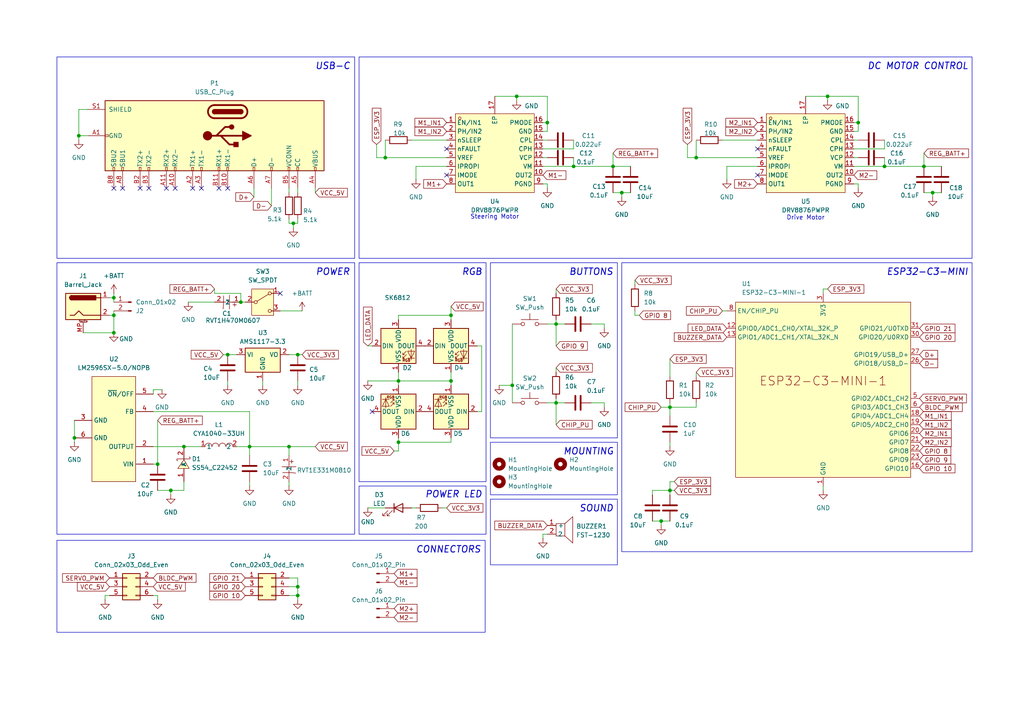
<source format=kicad_sch>
(kicad_sch (version 20250114) (generator "eeschema") (generator_version "9.0")
  (paper "A4")
  (title_block (title "CarKit") (date "2025-11-22") (rev "01") (company "Logan Peterson"))
  (rectangle (start 142.24 144.78) (end 179.07 163.83))
  (rectangle (start 142.24 76.2) (end 179.07 127))
  (rectangle (start 104.14 140.97) (end 140.97 154.94))
  (rectangle (start 16.51 76.2) (end 102.87 154.94))
  (rectangle (start 104.14 76.2) (end 140.97 139.7))
  (rectangle (start 16.51 16.51) (end 102.87 74.93))
  (rectangle (start 16.51 156.718) (end 140.716 183.388))
  (rectangle (start 180.34 76.2) (end 281.94 160.02))
  (rectangle (start 104.14 16.51) (end 281.94 74.93))
  (rectangle (start 142.24 128.27) (end 179.07 143.51))
  (text "Drive Motor" (at 233.68 63.246 0) (effects (font (size 1.27 1.27))))
  (text "MOUNTING" (at 170.688 131.064 0) (effects (font (size 1.905 1.905) (thickness 0.254) (bold yes) (italic yes))))
  (text "Steering Motor" (at 143.51 62.992 0) (effects (font (size 1.27 1.27))))
  (text "POWER\n" (at 96.52 78.994 0) (effects (font (size 1.905 1.905) (thickness 0.254) (bold yes) (italic yes))))
  (text "CONNECTORS" (at 130.048 159.512 0) (effects (font (size 1.905 1.905) (thickness 0.254) (bold yes) (italic yes))))
  (text "BUTTONS" (at 171.45 78.994 0) (effects (font (size 1.905 1.905) (thickness 0.254) (bold yes) (italic yes))))
  (text "USB-C" (at 96.52 19.304 0) (effects (font (size 1.905 1.905) (thickness 0.254) (bold yes) (italic yes))))
  (text "ESP32-C3-MINI" (at 268.986 78.994 0) (effects (font (size 1.905 1.905) (thickness 0.254) (bold yes) (italic yes))))
  (text "POWER LED" (at 131.572 143.51 0) (effects (font (size 1.905 1.905) (thickness 0.254) (bold yes) (italic yes))))
  (text "RGB" (at 136.906 78.994 0) (effects (font (size 1.905 1.905) (thickness 0.254) (bold yes) (italic yes))))
  (text "DC MOTOR CONTROL" (at 266.192 19.304 0) (effects (font (size 1.905 1.905) (thickness 0.254) (bold yes) (italic yes))))
  (text "SOUND\n" (at 172.974 147.574 0) (effects (font (size 1.905 1.905) (thickness 0.254) (bold yes) (italic yes))))
  (junction (at 86.36 102.87))
  (junction (at 85.09 64.77))
  (junction (at 53.34 129.54))
  (junction (at 66.04 102.87))
  (junction (at 256.54 48.26))
  (junction (at 248.92 35.56))
  (junction (at 194.31 118.11))
  (junction (at 33.02 86.36))
  (junction (at 148.59 111.76))
  (junction (at 33.02 96.52))
  (junction (at 161.29 116.84))
  (junction (at 267.97 48.26))
  (junction (at 166.37 48.26))
  (junction (at 115.57 110.49))
  (junction (at 158.75 35.56))
  (junction (at 49.53 142.24))
  (junction (at 21.59 127))
  (junction (at 201.93 45.72))
  (junction (at 180.34 55.88))
  (junction (at 240.03 27.94))
  (junction (at 86.36 172.72))
  (junction (at 45.72 134.62))
  (junction (at 270.51 55.88))
  (junction (at 83.82 129.54))
  (junction (at 115.57 128.27))
  (junction (at 149.86 27.94))
  (junction (at 130.81 91.44))
  (junction (at 86.36 170.18))
  (junction (at 72.39 129.54))
  (junction (at 69.85 87.63))
  (junction (at 111.76 45.72))
  (junction (at 191.77 151.13))
  (junction (at 33.02 91.44))
  (junction (at 194.31 142.24))
  (junction (at 22.86 39.37))
  (junction (at 177.8 48.26))
  (junction (at 130.81 110.49))
  (junction (at 161.29 93.98))
  (no_connect (at 219.71 43.18))
  (no_connect (at 48.26 54.61))
  (no_connect (at 107.95 119.38))
  (no_connect (at 81.28 85.09))
  (no_connect (at 219.71 50.8))
  (no_connect (at 129.54 50.8))
  (no_connect (at 66.04 54.61))
  (no_connect (at 129.54 43.18))
  (no_connect (at 43.18 54.61))
  (no_connect (at 33.02 54.61))
  (no_connect (at 58.42 54.61))
  (no_connect (at 63.5 54.61))
  (no_connect (at 50.8 54.61))
  (no_connect (at 35.56 54.61))
  (no_connect (at 40.64 54.61))
  (no_connect (at 55.88 54.61))
  (wire (pts (xy 194.31 118.11) (xy 201.93 118.11)))
  (wire (pts (xy 33.02 90.17) (xy 33.02 91.44)))
  (wire (pts (xy 22.86 39.37) (xy 22.86 40.64)))
  (wire (pts (xy 22.86 31.75) (xy 22.86 39.37)))
  (wire (pts (xy 83.82 129.54) (xy 91.44 129.54)))
  (wire (pts (xy 163.83 93.98) (xy 161.29 93.98)))
  (wire (pts (xy 83.82 64.77) (xy 85.09 64.77)))
  (wire (pts (xy 66.04 102.87) (xy 68.58 102.87)))
  (wire (pts (xy 31.75 86.36) (xy 33.02 86.36)))
  (wire (pts (xy 78.74 59.69) (xy 78.74 54.61)))
  (wire (pts (xy 115.57 110.49) (xy 115.57 111.76)))
  (wire (pts (xy 194.31 118.11) (xy 194.31 120.65)))
  (wire (pts (xy 158.75 35.56) (xy 158.75 27.94)))
  (wire (pts (xy 25.4 31.75) (xy 22.86 31.75)))
  (wire (pts (xy 44.45 129.54) (xy 53.34 129.54)))
  (wire (pts (xy 166.37 40.64) (xy 166.37 43.18)))
  (wire (pts (xy 184.15 91.44) (xy 185.42 91.44)))
  (wire (pts (xy 191.77 118.11) (xy 194.31 118.11)))
  (wire (pts (xy 130.81 107.95) (xy 130.81 110.49)))
  (wire (pts (xy 138.43 100.33) (xy 139.7 100.33)))
  (wire (pts (xy 111.76 45.72) (xy 129.54 45.72)))
  (wire (pts (xy 115.57 110.49) (xy 130.81 110.49)))
  (wire (pts (xy 247.65 38.1) (xy 248.92 38.1)))
  (wire (pts (xy 158.75 93.98) (xy 161.29 93.98)))
  (wire (pts (xy 248.92 53.34) (xy 248.92 54.61)))
  (wire (pts (xy 248.92 27.94) (xy 240.03 27.94)))
  (wire (pts (xy 44.45 172.72) (xy 45.72 172.72)))
  (wire (pts (xy 86.36 167.64) (xy 86.36 170.18)))
  (wire (pts (xy 130.81 127) (xy 130.81 128.27)))
  (wire (pts (xy 184.15 91.44) (xy 184.15 90.17)))
  (wire (pts (xy 161.29 83.82) (xy 161.29 85.09)))
  (wire (pts (xy 148.59 111.76) (xy 148.59 116.84)))
  (wire (pts (xy 21.59 127) (xy 21.59 128.27)))
  (wire (pts (xy 175.26 118.11) (xy 175.26 116.84)))
  (wire (pts (xy 31.75 172.72) (xy 30.48 172.72)))
  (wire (pts (xy 248.92 38.1) (xy 248.92 35.56)))
  (wire (pts (xy 44.45 134.62) (xy 45.72 134.62)))
  (wire (pts (xy 248.92 45.72) (xy 247.65 45.72)))
  (wire (pts (xy 175.26 116.84) (xy 171.45 116.84)))
  (wire (pts (xy 189.23 151.13) (xy 191.77 151.13)))
  (wire (pts (xy 270.51 55.88) (xy 273.05 55.88)))
  (wire (pts (xy 248.92 35.56) (xy 248.92 27.94)))
  (wire (pts (xy 248.92 53.34) (xy 247.65 53.34)))
  (wire (pts (xy 73.66 57.15) (xy 73.66 54.61)))
  (wire (pts (xy 83.82 54.61) (xy 83.82 55.88)))
  (wire (pts (xy 177.8 44.45) (xy 177.8 48.26)))
  (wire (pts (xy 177.8 48.26) (xy 182.88 48.26)))
  (wire (pts (xy 171.45 93.98) (xy 175.26 93.98)))
  (wire (pts (xy 194.31 139.7) (xy 194.31 142.24)))
  (wire (pts (xy 33.02 86.36) (xy 33.02 85.09)))
  (wire (pts (xy 62.23 85.09) (xy 69.85 85.09)))
  (wire (pts (xy 219.71 48.26) (xy 210.82 48.26)))
  (wire (pts (xy 238.76 83.82) (xy 238.76 85.09)))
  (wire (pts (xy 86.36 63.5) (xy 86.36 64.77)))
  (wire (pts (xy 158.75 38.1) (xy 158.75 35.56)))
  (wire (pts (xy 201.93 118.11) (xy 201.93 116.84)))
  (wire (pts (xy 139.7 100.33) (xy 139.7 119.38)))
  (wire (pts (xy 106.68 147.32) (xy 111.76 147.32)))
  (wire (pts (xy 184.15 81.28) (xy 184.15 82.55)))
  (wire (pts (xy 201.93 40.64) (xy 201.93 45.72)))
  (wire (pts (xy 267.97 48.26) (xy 273.05 48.26)))
  (wire (pts (xy 256.54 45.72) (xy 256.54 48.26)))
  (wire (pts (xy 130.81 110.49) (xy 130.81 111.76)))
  (wire (pts (xy 33.02 91.44) (xy 31.75 91.44)))
  (wire (pts (xy 161.29 92.71) (xy 161.29 93.98)))
  (wire (pts (xy 256.54 40.64) (xy 256.54 43.18)))
  (wire (pts (xy 194.31 129.54) (xy 194.31 128.27)))
  (wire (pts (xy 115.57 130.81) (xy 115.57 128.27)))
  (wire (pts (xy 157.48 156.21) (xy 157.48 154.94)))
  (wire (pts (xy 107.95 100.33) (xy 106.68 100.33)))
  (wire (pts (xy 25.4 39.37) (xy 22.86 39.37)))
  (wire (pts (xy 194.31 142.24) (xy 195.58 142.24)))
  (wire (pts (xy 86.36 172.72) (xy 86.36 173.99)))
  (wire (pts (xy 62.23 83.82) (xy 62.23 85.09)))
  (wire (pts (xy 86.36 111.76) (xy 86.36 110.49)))
  (wire (pts (xy 166.37 48.26) (xy 177.8 48.26)))
  (wire (pts (xy 161.29 93.98) (xy 161.29 100.33)))
  (wire (pts (xy 83.82 170.18) (xy 86.36 170.18)))
  (wire (pts (xy 199.39 41.91) (xy 199.39 45.72)))
  (wire (pts (xy 24.13 96.52) (xy 33.02 96.52)))
  (wire (pts (xy 45.72 121.92) (xy 45.72 134.62)))
  (wire (pts (xy 64.77 102.87) (xy 66.04 102.87)))
  (wire (pts (xy 44.45 119.38) (xy 72.39 119.38)))
  (wire (pts (xy 240.03 27.94) (xy 240.03 29.21)))
  (wire (pts (xy 247.65 48.26) (xy 256.54 48.26)))
  (wire (pts (xy 158.75 53.34) (xy 158.75 54.61)))
  (wire (pts (xy 83.82 140.97) (xy 83.82 139.7)))
  (wire (pts (xy 189.23 142.24) (xy 189.23 143.51)))
  (wire (pts (xy 76.2 111.76) (xy 76.2 110.49)))
  (wire (pts (xy 129.54 48.26) (xy 120.65 48.26)))
  (wire (pts (xy 83.82 167.64) (xy 86.36 167.64)))
  (wire (pts (xy 238.76 83.82) (xy 240.03 83.82)))
  (wire (pts (xy 69.85 85.09) (xy 69.85 87.63)))
  (wire (pts (xy 158.75 53.34) (xy 157.48 53.34)))
  (wire (pts (xy 238.76 142.24) (xy 238.76 140.97)))
  (wire (pts (xy 161.29 106.68) (xy 161.29 107.95)))
  (wire (pts (xy 21.59 121.92) (xy 21.59 127)))
  (wire (pts (xy 87.63 102.87) (xy 86.36 102.87)))
  (wire (pts (xy 87.63 90.17) (xy 81.28 90.17)))
  (wire (pts (xy 175.26 93.98) (xy 175.26 95.25)))
  (wire (pts (xy 33.02 91.44) (xy 33.02 96.52)))
  (wire (pts (xy 109.22 45.72) (xy 111.76 45.72)))
  (wire (pts (xy 69.85 87.63) (xy 71.12 87.63)))
  (wire (pts (xy 267.97 44.45) (xy 267.97 48.26)))
  (wire (pts (xy 191.77 151.13) (xy 194.31 151.13)))
  (wire (pts (xy 157.48 48.26) (xy 166.37 48.26)))
  (wire (pts (xy 149.86 27.94) (xy 149.86 29.21)))
  (wire (pts (xy 115.57 128.27) (xy 115.57 127)))
  (wire (pts (xy 115.57 91.44) (xy 130.81 91.44)))
  (wire (pts (xy 158.75 40.64) (xy 157.48 40.64)))
  (wire (pts (xy 267.97 55.88) (xy 270.51 55.88)))
  (wire (pts (xy 148.59 93.98) (xy 148.59 111.76)))
  (wire (pts (xy 114.3 130.81) (xy 115.57 130.81)))
  (wire (pts (xy 109.22 41.91) (xy 109.22 45.72)))
  (wire (pts (xy 161.29 115.57) (xy 161.29 116.84)))
  (wire (pts (xy 44.45 113.03) (xy 46.99 113.03)))
  (wire (pts (xy 256.54 48.26) (xy 267.97 48.26)))
  (wire (pts (xy 248.92 40.64) (xy 247.65 40.64)))
  (wire (pts (xy 53.34 139.7) (xy 53.34 142.24)))
  (wire (pts (xy 158.75 45.72) (xy 157.48 45.72)))
  (wire (pts (xy 209.55 40.64) (xy 219.71 40.64)))
  (wire (pts (xy 138.43 119.38) (xy 139.7 119.38)))
  (wire (pts (xy 180.34 55.88) (xy 182.88 55.88)))
  (wire (pts (xy 201.93 107.95) (xy 201.93 109.22)))
  (wire (pts (xy 86.36 170.18) (xy 86.36 172.72)))
  (wire (pts (xy 166.37 43.18) (xy 157.48 43.18)))
  (wire (pts (xy 166.37 45.72) (xy 166.37 48.26)))
  (wire (pts (xy 199.39 45.72) (xy 201.93 45.72)))
  (wire (pts (xy 83.82 102.87) (xy 86.36 102.87)))
  (wire (pts (xy 45.72 142.24) (xy 49.53 142.24)))
  (wire (pts (xy 247.65 35.56) (xy 248.92 35.56)))
  (wire (pts (xy 83.82 172.72) (xy 86.36 172.72)))
  (wire (pts (xy 49.53 143.51) (xy 49.53 142.24)))
  (wire (pts (xy 256.54 43.18) (xy 247.65 43.18)))
  (wire (pts (xy 157.48 35.56) (xy 158.75 35.56)))
  (wire (pts (xy 72.39 129.54) (xy 72.39 132.08)))
  (wire (pts (xy 195.58 139.7) (xy 194.31 139.7)))
  (wire (pts (xy 45.72 172.72) (xy 45.72 173.99)))
  (wire (pts (xy 233.68 27.94) (xy 240.03 27.94)))
  (wire (pts (xy 106.68 110.49) (xy 115.57 110.49)))
  (wire (pts (xy 54.61 87.63) (xy 62.23 87.63)))
  (wire (pts (xy 115.57 107.95) (xy 115.57 110.49)))
  (wire (pts (xy 157.48 38.1) (xy 158.75 38.1)))
  (wire (pts (xy 66.04 110.49) (xy 66.04 111.76)))
  (wire (pts (xy 210.82 48.26) (xy 210.82 52.07)))
  (wire (pts (xy 163.83 116.84) (xy 161.29 116.84)))
  (wire (pts (xy 177.8 55.88) (xy 180.34 55.88)))
  (wire (pts (xy 83.82 63.5) (xy 83.82 64.77)))
  (wire (pts (xy 111.76 40.64) (xy 111.76 45.72)))
  (wire (pts (xy 158.75 27.94) (xy 149.86 27.94)))
  (wire (pts (xy 201.93 45.72) (xy 219.71 45.72)))
  (wire (pts (xy 158.75 116.84) (xy 161.29 116.84)))
  (wire (pts (xy 53.34 129.54) (xy 58.42 129.54)))
  (wire (pts (xy 33.02 86.36) (xy 33.02 87.63)))
  (wire (pts (xy 143.51 27.94) (xy 149.86 27.94)))
  (wire (pts (xy 194.31 104.14) (xy 194.31 109.22)))
  (wire (pts (xy 91.44 55.88) (xy 91.44 54.61)))
  (wire (pts (xy 85.09 66.04) (xy 85.09 64.77)))
  (wire (pts (xy 44.45 113.03) (xy 44.45 114.3)))
  (wire (pts (xy 120.65 48.26) (xy 120.65 52.07)))
  (wire (pts (xy 194.31 143.51) (xy 194.31 142.24)))
  (wire (pts (xy 72.39 140.97) (xy 72.39 139.7)))
  (wire (pts (xy 130.81 128.27) (xy 115.57 128.27)))
  (wire (pts (xy 72.39 129.54) (xy 83.82 129.54)))
  (wire (pts (xy 144.78 111.76) (xy 148.59 111.76)))
  (wire (pts (xy 86.36 54.61) (xy 86.36 55.88)))
  (wire (pts (xy 130.81 88.9) (xy 130.81 91.44)))
  (wire (pts (xy 161.29 123.19) (xy 161.29 116.84)))
  (wire (pts (xy 180.34 57.15) (xy 180.34 55.88)))
  (wire (pts (xy 72.39 119.38) (xy 72.39 129.54)))
  (wire (pts (xy 68.58 129.54) (xy 72.39 129.54)))
  (wire (pts (xy 270.51 57.15) (xy 270.51 55.88)))
  (wire (pts (xy 86.36 64.77) (xy 85.09 64.77)))
  (wire (pts (xy 194.31 116.84) (xy 194.31 118.11)))
  (wire (pts (xy 189.23 142.24) (xy 194.31 142.24)))
  (wire (pts (xy 30.48 172.72) (xy 30.48 173.99)))
  (wire (pts (xy 115.57 92.71) (xy 115.57 91.44)))
  (wire (pts (xy 119.38 40.64) (xy 129.54 40.64)))
  (wire (pts (xy 191.77 151.13) (xy 191.77 152.4)))
  (wire (pts (xy 120.65 147.32) (xy 119.38 147.32)))
  (wire (pts (xy 157.48 154.94) (xy 158.75 154.94)))
  (wire (pts (xy 130.81 91.44) (xy 130.81 92.71)))
  (wire (pts (xy 209.55 90.17) (xy 210.82 90.17)))
  (wire (pts (xy 128.27 147.32) (xy 129.54 147.32)))
  (wire (pts (xy 49.53 142.24) (xy 53.34 142.24)))
  (wire (pts (xy 83.82 129.54) (xy 83.82 132.08)))
  (global_label "CHIP_PU" (shape input) (at 161.29 123.19 0) (property "Intersheetrefs" "${INTERSHEET_REFS}" (effects (hide yes))))
  (global_label "SERVO_PWM" (shape input) (at 266.7 115.57 0) (property "Intersheetrefs" "${INTERSHEET_REFS}" (effects (hide yes))))
  (global_label "ESP_3V3" (shape input) (at 240.03 83.82 0) (property "Intersheetrefs" "${INTERSHEET_REFS}" (effects (hide yes))))
  (global_label "REG_BATT+" (shape input) (at 62.23 83.82 180) (property "Intersheetrefs" "${INTERSHEET_REFS}" (effects (hide yes))))
  (global_label "BLDC_PWM" (shape input) (at 44.45 167.64 0) (property "Intersheetrefs" "${INTERSHEET_REFS}" (effects (hide yes))))
  (global_label "GPIO 21" (shape input) (at 266.7 95.25 0) (property "Intersheetrefs" "${INTERSHEET_REFS}" (effects (hide yes))))
  (global_label "GPIO 21" (shape input) (at 71.12 167.64 180) (property "Intersheetrefs" "${INTERSHEET_REFS}" (effects (hide yes))))
  (global_label "VCC_5V" (shape input) (at 91.44 129.54 0) (property "Intersheetrefs" "${INTERSHEET_REFS}" (effects (hide yes))))
  (global_label "M2-" (shape input) (at 114.3 179.07 0) (property "Intersheetrefs" "${INTERSHEET_REFS}" (effects (hide yes))))
  (global_label "VCC_3V3" (shape input) (at 87.63 102.87 0) (property "Intersheetrefs" "${INTERSHEET_REFS}" (effects (hide yes))))
  (global_label "VCC_3V3" (shape input) (at 161.29 106.68 0) (property "Intersheetrefs" "${INTERSHEET_REFS}" (effects (hide yes))))
  (global_label "M2_IN2" (shape input) (at 266.7 128.27 0) (property "Intersheetrefs" "${INTERSHEET_REFS}" (effects (hide yes))))
  (global_label "VCC_5V" (shape input) (at 44.45 170.18 0) (property "Intersheetrefs" "${INTERSHEET_REFS}" (effects (hide yes))))
  (global_label "M2_IN2" (shape input) (at 219.71 38.1 180) (property "Intersheetrefs" "${INTERSHEET_REFS}" (effects (hide yes))))
  (global_label "M2-" (shape input) (at 247.65 50.8 0) (property "Intersheetrefs" "${INTERSHEET_REFS}" (effects (hide yes))))
  (global_label "VCC_5V" (shape input) (at 64.77 102.87 180) (property "Intersheetrefs" "${INTERSHEET_REFS}" (effects (hide yes))))
  (global_label "LED_DATA" (shape input) (at 210.82 95.25 180) (property "Intersheetrefs" "${INTERSHEET_REFS}" (effects (hide yes))))
  (global_label "REG_BATT+" (shape input) (at 267.97 44.45 0) (property "Intersheetrefs" "${INTERSHEET_REFS}" (effects (hide yes))))
  (global_label "GPIO 9" (shape input) (at 266.7 133.35 0) (property "Intersheetrefs" "${INTERSHEET_REFS}" (effects (hide yes))))
  (global_label "REG_BATT+" (shape input) (at 177.8 44.45 0) (property "Intersheetrefs" "${INTERSHEET_REFS}" (effects (hide yes))))
  (global_label "VCC_5V" (shape input) (at 31.75 170.18 180) (property "Intersheetrefs" "${INTERSHEET_REFS}" (effects (hide yes))))
  (global_label "D+" (shape input) (at 266.7 102.87 0) (property "Intersheetrefs" "${INTERSHEET_REFS}" (effects (hide yes))))
  (global_label "SERVO_PWM" (shape input) (at 31.75 167.64 180) (property "Intersheetrefs" "${INTERSHEET_REFS}" (effects (hide yes))))
  (global_label "M1-" (shape input) (at 114.3 168.91 0) (property "Intersheetrefs" "${INTERSHEET_REFS}" (effects (hide yes))))
  (global_label "M1+" (shape input) (at 129.54 53.34 180) (property "Intersheetrefs" "${INTERSHEET_REFS}" (effects (hide yes))))
  (global_label "VCC_5V" (shape input) (at 114.3 130.81 180) (property "Intersheetrefs" "${INTERSHEET_REFS}" (effects (hide yes))))
  (global_label "ESP_3V3" (shape input) (at 194.31 104.14 0) (property "Intersheetrefs" "${INTERSHEET_REFS}" (effects (hide yes))))
  (global_label "GPIO 20" (shape input) (at 266.7 97.79 0) (property "Intersheetrefs" "${INTERSHEET_REFS}" (effects (hide yes))))
  (global_label "M1_IN2" (shape input) (at 129.54 38.1 180) (property "Intersheetrefs" "${INTERSHEET_REFS}" (effects (hide yes))))
  (global_label "VCC_5V" (shape input) (at 130.81 88.9 0) (property "Intersheetrefs" "${INTERSHEET_REFS}" (effects (hide yes))))
  (global_label "M1+" (shape input) (at 114.3 166.37 0) (property "Intersheetrefs" "${INTERSHEET_REFS}" (effects (hide yes))))
  (global_label "GPIO 20" (shape input) (at 71.12 170.18 180) (property "Intersheetrefs" "${INTERSHEET_REFS}" (effects (hide yes))))
  (global_label "M2+" (shape input) (at 114.3 176.53 0) (property "Intersheetrefs" "${INTERSHEET_REFS}" (effects (hide yes))))
  (global_label "BUZZER_DATA" (shape input) (at 158.75 152.4 180) (property "Intersheetrefs" "${INTERSHEET_REFS}" (effects (hide yes))))
  (global_label "M1-" (shape input) (at 157.48 50.8 0) (property "Intersheetrefs" "${INTERSHEET_REFS}" (effects (hide yes))))
  (global_label "REG_BATT+" (shape input) (at 45.72 121.92 0) (property "Intersheetrefs" "${INTERSHEET_REFS}" (effects (hide yes))))
  (global_label "BUZZER_DATA" (shape input) (at 210.82 97.79 180) (property "Intersheetrefs" "${INTERSHEET_REFS}" (effects (hide yes))))
  (global_label "VCC_3V3" (shape input) (at 201.93 107.95 0) (property "Intersheetrefs" "${INTERSHEET_REFS}" (effects (hide yes))))
  (global_label "VCC_3V3" (shape input) (at 161.29 83.82 0) (property "Intersheetrefs" "${INTERSHEET_REFS}" (effects (hide yes))))
  (global_label "VCC_3V3" (shape input) (at 195.58 142.24 0) (property "Intersheetrefs" "${INTERSHEET_REFS}" (effects (hide yes))))
  (global_label "LED_DATA" (shape input) (at 106.68 100.33 90) (property "Intersheetrefs" "${INTERSHEET_REFS}" (effects (hide yes))))
  (global_label "M2_IN1" (shape input) (at 219.71 35.56 180) (property "Intersheetrefs" "${INTERSHEET_REFS}" (effects (hide yes))))
  (global_label "VCC_3V3" (shape input) (at 184.15 81.28 0) (property "Intersheetrefs" "${INTERSHEET_REFS}" (effects (hide yes))))
  (global_label "M1_IN2" (shape input) (at 266.7 123.19 0) (property "Intersheetrefs" "${INTERSHEET_REFS}" (effects (hide yes))))
  (global_label "CHIP_PU" (shape input) (at 209.55 90.17 180) (property "Intersheetrefs" "${INTERSHEET_REFS}" (effects (hide yes))))
  (global_label "M1_IN1" (shape input) (at 266.7 120.65 0) (property "Intersheetrefs" "${INTERSHEET_REFS}" (effects (hide yes))))
  (global_label "GPIO 9" (shape input) (at 161.29 100.33 0) (property "Intersheetrefs" "${INTERSHEET_REFS}" (effects (hide yes))))
  (global_label "M1_IN1" (shape input) (at 129.54 35.56 180) (property "Intersheetrefs" "${INTERSHEET_REFS}" (effects (hide yes))))
  (global_label "BLDC_PWM" (shape input) (at 266.7 118.11 0) (property "Intersheetrefs" "${INTERSHEET_REFS}" (effects (hide yes))))
  (global_label "M2_IN1" (shape input) (at 266.7 125.73 0) (property "Intersheetrefs" "${INTERSHEET_REFS}" (effects (hide yes))))
  (global_label "GPIO 8" (shape input) (at 185.42 91.44 0) (property "Intersheetrefs" "${INTERSHEET_REFS}" (effects (hide yes))))
  (global_label "D-" (shape input) (at 266.7 105.41 0) (property "Intersheetrefs" "${INTERSHEET_REFS}" (effects (hide yes))))
  (global_label "D+" (shape input) (at 73.66 57.15 180) (property "Intersheetrefs" "${INTERSHEET_REFS}" (effects (hide yes))))
  (global_label "GPIO 8" (shape input) (at 266.7 130.81 0) (property "Intersheetrefs" "${INTERSHEET_REFS}" (effects (hide yes))))
  (global_label "VCC_3V3" (shape input) (at 129.54 147.32 0) (property "Intersheetrefs" "${INTERSHEET_REFS}" (effects (hide yes))))
  (global_label "GPIO 10" (shape input) (at 71.12 172.72 180) (property "Intersheetrefs" "${INTERSHEET_REFS}" (effects (hide yes))))
  (global_label "ESP_3V3" (shape input) (at 109.22 41.91 90) (property "Intersheetrefs" "${INTERSHEET_REFS}" (effects (hide yes))))
  (global_label "M2+" (shape input) (at 219.71 53.34 180) (property "Intersheetrefs" "${INTERSHEET_REFS}" (effects (hide yes))))
  (global_label "D-" (shape input) (at 78.74 59.69 180) (property "Intersheetrefs" "${INTERSHEET_REFS}" (effects (hide yes))))
  (global_label "ESP_3V3" (shape input) (at 199.39 41.91 90) (property "Intersheetrefs" "${INTERSHEET_REFS}" (effects (hide yes))))
  (global_label "VCC_5V" (shape input) (at 91.44 55.88 0) (property "Intersheetrefs" "${INTERSHEET_REFS}" (effects (hide yes))))
  (global_label "ESP_3V3" (shape input) (at 195.58 139.7 0) (property "Intersheetrefs" "${INTERSHEET_REFS}" (effects (hide yes))))
  (global_label "CHIP_PU" (shape input) (at 191.77 118.11 180) (property "Intersheetrefs" "${INTERSHEET_REFS}" (effects (hide yes))))
  (global_label "GPIO 10" (shape input) (at 266.7 135.89 0) (property "Intersheetrefs" "${INTERSHEET_REFS}" (effects (hide yes))))
  (symbol (lib_id "Device:R") (at 184.15 86.36 0) (unit 1)
    (property "Reference" "R8" (at 186.69 85.0899 0) (effects (justify left)))
    (property "Value" "10k" (at 186.69 87.6299 0) (effects (justify left)))
    (property "Footprint" "imported_components:R0805" (effects (hide yes)))
    (property "Description" "Resistor" (effects (hide yes)))
  )
  (symbol (lib_id "Device:R") (at 124.46 147.32 270) (mirror x) (unit 1)
    (property "Reference" "R7" (at 122.174 150.114 90))
    (property "Value" "200" (at 122.174 152.654 90))
    (property "Footprint" "imported_components:R0805" (effects (hide yes)))
    (property "Description" "Resistor" (effects (hide yes)))
  )
  (symbol (lib_id "power:GND") (at 149.86 29.21 0) (unit 1)
    (property "Reference" "#PWR027" (effects (hide yes)))
    (property "Value" "GND" (at 154.178 30.734 0))
    (property "Description" "Power symbol creates a global label with name \"GND\" , ground" (effects (hide yes)))
  )
  (symbol (lib_id "Regulator_Linear:AMS1117-3.3") (at 76.2 102.87 0) (unit 1)
    (property "Reference" "U3" (at 76.2 96.52 0))
    (property "Value" "AMS1117-3.3" (at 76.2 99.06 0))
    (property "Footprint" "Package_TO_SOT_SMD:SOT-223-3_TabPin2" (effects (hide yes)))
    (property "Datasheet" "http://www.advanced-monolithic.com/pdf/ds1117.pdf" (effects (hide yes)))
    (property "Description" "1A Low Dropout regulator, positive, 3.3V fixed output, SOT-223" (effects (hide yes)))
  )
  (symbol (lib_id "Device:C") (at 167.64 93.98 90) (unit 1)
    (property "Reference" "C6" (at 171.45 87.122 90))
    (property "Value" "0.1uF" (at 171.45 89.662 90))
    (property "Footprint" "imported_components:C0805" (effects (hide yes)))
    (property "Description" "Unpolarized capacitor" (effects (hide yes)))
  )
  (symbol (lib_id "imported_components:LM2596SX-5.0_NOPB") (at 33.02 124.46 0) (unit 1)
    (property "Reference" "U2" (at 33.02 104.14 0))
    (property "Value" "LM2596SX-5.0/NOPB" (at 33.02 106.68 0))
    (property "Footprint" "imported_components:TO-263-5_L10.2-W8.9-P1.70-TL" (effects (hide yes)))
    (property "Datasheet" "https://lcsc.com/product-detail/DC-DC-Converters_TI_LM2596SX-5-0-NOPB_LM2596SX-5-0-NOPB_C10002.html" (effects (hide yes)))
    (property "LCSC Part" "C10002" (effects (hide yes)))
  )
  (symbol (lib_id "Device:C") (at 182.88 52.07 180) (unit 1)
    (property "Reference" "C14" (at 187.071 54.483 0))
    (property "Value" "10uF" (at 187.071 57.023 0))
    (property "Footprint" "imported_components:C0805" (effects (hide yes)))
    (property "Description" "Unpolarized capacitor" (effects (hide yes)))
  )
  (symbol (lib_id "power:GND") (at 33.02 96.52 0) (unit 1)
    (property "Reference" "#PWR06" (effects (hide yes)))
    (property "Value" "GND" (at 36.576 98.298 0))
    (property "Description" "Power symbol creates a global label with name \"GND\" , ground" (effects (hide yes)))
  )
  (symbol (lib_id "power:GND") (at 194.31 129.54 0) (unit 1)
    (property "Reference" "#PWR02" (effects (hide yes)))
    (property "Value" "GND" (at 194.31 134.62 0))
    (property "Description" "Power symbol creates a global label with name \"GND\" , ground" (effects (hide yes)))
  )
  (symbol (lib_id "Device:C") (at 72.39 135.89 0) (unit 1)
    (property "Reference" "C3" (at 76.2 134.6199 0) (effects (justify left)))
    (property "Value" "10uF" (at 76.2 137.1599 0) (effects (justify left)))
    (property "Footprint" "imported_components:C0805" (effects (hide yes)))
    (property "Description" "Unpolarized capacitor" (effects (hide yes)))
  )
  (symbol (lib_id "Device:C") (at 194.31 124.46 0) (unit 1)
    (property "Reference" "C10" (at 198.12 123.1899 0) (effects (justify left)))
    (property "Value" "1uF" (at 198.12 125.7299 0) (effects (justify left)))
    (property "Footprint" "imported_components:C0805" (effects (hide yes)))
    (property "Description" "Unpolarized capacitor" (effects (hide yes)))
  )
  (symbol (lib_id "Device:C") (at 162.56 40.64 270) (unit 1)
    (property "Reference" "C11" (at 170.688 39.37 90))
    (property "Value" "0.022uF" (at 170.688 41.91 90))
    (property "Footprint" "imported_components:C0805" (effects (hide yes)))
    (property "Description" "Unpolarized capacitor" (effects (hide yes)))
  )
  (symbol (lib_id "Switch:SW_Push") (at 153.67 93.98 0) (mirror y) (unit 1)
    (property "Reference" "SW1" (at 153.67 86.614 0))
    (property "Value" "SW_Push" (at 153.67 89.154 0))
    (property "Footprint" "imported_components:SW-SMD_L3.9-W3.0-P4.45" (effects (hide yes)))
    (property "Description" "Push button switch, generic, two pins" (effects (hide yes)))
  )
  (symbol (lib_id "Device:C") (at 194.31 147.32 180) (unit 1)
    (property "Reference" "C9" (at 198.501 149.733 0))
    (property "Value" "0.1uF" (at 198.501 152.273 0))
    (property "Footprint" "imported_components:C0805" (effects (hide yes)))
    (property "Description" "Unpolarized capacitor" (effects (hide yes)))
  )
  (symbol (lib_id "Device:R") (at 205.74 40.64 270) (mirror x) (unit 1)
    (property "Reference" "R10" (at 204.216 36.068 90) (effects (justify left)))
    (property "Value" "10k" (at 204.216 38.608 90) (effects (justify left)))
    (property "Footprint" "imported_components:R0805" (effects (hide yes)))
    (property "Description" "Resistor" (effects (hide yes)))
  )
  (symbol (lib_id "power:GND") (at 45.72 173.99 0) (unit 1)
    (property "Reference" "#PWR013" (effects (hide yes)))
    (property "Value" "GND" (at 45.72 179.07 0))
    (property "Description" "Power symbol creates a global label with name \"GND\" , ground" (effects (hide yes)))
  )
  (symbol (lib_id "power:+BATT") (at 33.02 85.09 0) (unit 1)
    (property "Reference" "#PWR07" (effects (hide yes)))
    (property "Value" "+BATT" (at 33.02 80.01 0))
    (property "Description" "Power symbol creates a global label with name \"+BATT\"" (effects (hide yes)))
  )
  (symbol (lib_id "power:GND") (at 106.68 110.49 0) (unit 1)
    (property "Reference" "#PWR04" (effects (hide yes)))
    (property "Value" "GND" (at 106.68 115.57 0))
    (property "Description" "Power symbol creates a global label with name \"GND\" , ground" (effects (hide yes)))
  )
  (symbol (lib_id "Device:R") (at 83.82 59.69 0) (mirror x) (unit 1)
    (property "Reference" "R3" (at 81.788 60.96 0) (effects (justify right)))
    (property "Value" "5.1k" (at 81.788 63.5 0) (effects (justify right)))
    (property "Footprint" "imported_components:R0805" (effects (hide yes)))
    (property "Description" "Resistor" (effects (hide yes)))
  )
  (symbol (lib_id "LED:SK6812") (at 115.57 119.38 180) (unit 1)
    (property "Reference" "D6" (at 117.602 125.73 0))
    (property "Value" "SK6812" (effects (hide yes)))
    (property "Footprint" "LED_SMD:LED_SK6812_PLCC4_5.0x5.0mm_P3.2mm" (effects (hide yes)))
    (property "Datasheet" "https://cdn-shop.adafruit.com/product-files/1138/SK6812+LED+datasheet+.pdf" (effects (hide yes)))
    (property "Description" "RGB LED with integrated controller" (effects (hide yes)))
  )
  (symbol (lib_id "Connector_Generic:Conn_02x03_Odd_Even") (at 76.2 170.18 0) (unit 1)
    (property "Reference" "J4" (at 77.47 161.29 0))
    (property "Value" "Conn_02x03_Odd_Even" (at 77.47 163.83 0))
    (property "Footprint" "imported_components:HDR-SMD_6P-P2.54-V" (effects (hide yes)))
    (property "Description" "Generic connector, double row, 02x03, odd/even pin numbering scheme (row 1 odd numbers, row 2 even numbers), script generated (kicad-library-utils/schlib/autogen/connector/)" (effects (hide yes)))
  )
  (symbol (lib_id "power:GND") (at 180.34 57.15 0) (unit 1)
    (property "Reference" "#PWR026" (effects (hide yes)))
    (property "Value" "GND" (at 180.34 62.23 0))
    (property "Description" "Power symbol creates a global label with name \"GND\" , ground" (effects (hide yes)))
  )
  (symbol (lib_id "Device:C") (at 252.73 40.64 270) (unit 1)
    (property "Reference" "C15" (at 260.858 39.37 90))
    (property "Value" "0.022uF" (at 260.858 41.91 90))
    (property "Footprint" "imported_components:C0805" (effects (hide yes)))
    (property "Description" "Unpolarized capacitor" (effects (hide yes)))
  )
  (symbol (lib_id "Connector_Generic:Conn_02x03_Odd_Even") (at 36.83 170.18 0) (unit 1)
    (property "Reference" "J3" (at 38.1 161.29 0))
    (property "Value" "Conn_02x03_Odd_Even" (at 38.1 163.83 0))
    (property "Footprint" "imported_components:HDR-SMD_6P-P2.54-V" (effects (hide yes)))
    (property "Description" "Generic connector, double row, 02x03, odd/even pin numbering scheme (row 1 odd numbers, row 2 even numbers), script generated (kicad-library-utils/schlib/autogen/connector/)" (effects (hide yes)))
  )
  (symbol (lib_id "Device:R") (at 194.31 113.03 0) (unit 1)
    (property "Reference" "R1" (at 196.85 111.7599 0) (effects (justify left)))
    (property "Value" "10k" (at 196.85 114.2999 0) (effects (justify left)))
    (property "Footprint" "imported_components:R0805" (effects (hide yes)))
    (property "Description" "Resistor" (effects (hide yes)))
  )
  (symbol (lib_id "power:GND") (at 83.82 140.97 0) (unit 1)
    (property "Reference" "#PWR034" (effects (hide yes)))
    (property "Value" "GND" (at 83.82 146.05 0))
    (property "Description" "Power symbol creates a global label with name \"GND\" , ground" (effects (hide yes)))
  )
  (symbol (lib_id "Mechanical:MountingHole") (at 144.78 134.62 0) (unit 1) (in_bom no)
    (property "Reference" "H1" (at 147.32 133.3499 0) (effects (justify left)))
    (property "Value" "MountingHole" (at 147.32 135.8899 0) (effects (justify left)))
    (property "Footprint" "MountingHole:MountingHole_3.2mm_M3_Pad_Via" (effects (hide yes)))
    (property "Description" "Mounting Hole without connection" (effects (hide yes)))
  )
  (symbol (lib_id "power:GND") (at 191.77 152.4 0) (unit 1)
    (property "Reference" "#PWR021" (effects (hide yes)))
    (property "Value" "GND" (at 191.77 157.48 0))
    (property "Description" "Power symbol creates a global label with name \"GND\" , ground" (effects (hide yes)))
  )
  (symbol (lib_id "LED:SK6812") (at 115.57 100.33 0) (unit 1)
    (property "Reference" "D2" (at 118.11 106.68 0))
    (property "Value" "SK6812" (at 115.316 86.36 0))
    (property "Footprint" "LED_SMD:LED_SK6812_PLCC4_5.0x5.0mm_P3.2mm" (effects (hide yes)))
    (property "Datasheet" "https://cdn-shop.adafruit.com/product-files/1138/SK6812+LED+datasheet+.pdf" (effects (hide yes)))
    (property "Description" "RGB LED with integrated controller" (effects (hide yes)))
  )
  (symbol (lib_id "power:GND") (at 85.09 66.04 0) (unit 1)
    (property "Reference" "#PWR036" (effects (hide yes)))
    (property "Value" "GND" (at 85.09 71.12 0))
    (property "Description" "Power symbol creates a global label with name \"GND\" , ground" (effects (hide yes)))
  )
  (symbol (lib_id "Mechanical:MountingHole") (at 144.78 139.7 0) (unit 1) (in_bom no)
    (property "Reference" "H3" (at 147.32 138.4299 0) (effects (justify left)))
    (property "Value" "MountingHole" (at 147.32 140.9699 0) (effects (justify left)))
    (property "Footprint" "MountingHole:MountingHole_3.2mm_M3_Pad_Via" (effects (hide yes)))
    (property "Description" "Mounting Hole without connection" (effects (hide yes)))
  )
  (symbol (lib_id "imported_components:CYA1040-33UH") (at 63.5 129.54 0) (unit 1)
    (property "Reference" "L1" (at 63.5 123.19 0))
    (property "Value" "CYA1040-33UH" (at 63.5 125.73 0))
    (property "Footprint" "imported_components:IND-SMD_L11.6-W10.1" (effects (hide yes)))
    (property "LCSC Part" "C6364680" (effects (hide yes)))
  )
  (symbol (lib_id "power:GND") (at 86.36 173.99 0) (unit 1)
    (property "Reference" "#PWR03" (effects (hide yes)))
    (property "Value" "GND" (at 86.36 179.07 0))
    (property "Description" "Power symbol creates a global label with name \"GND\" , ground" (effects (hide yes)))
  )
  (symbol (lib_id "Device:LED") (at 115.57 147.32 0) (unit 1)
    (property "Reference" "D3" (at 109.982 143.51 0))
    (property "Value" "LED" (at 109.982 146.05 0))
    (property "Footprint" "imported_components:LED0805-RD" (effects (hide yes)))
    (property "Description" "Light emitting diode" (effects (hide yes)))
    (property "Sim.Pins" "1=K 2=A" (effects (hide yes)))
  )
  (symbol (lib_id "Device:C") (at 86.36 106.68 0) (unit 1)
    (property "Reference" "C5" (at 89.662 107.188 0) (effects (justify left)))
    (property "Value" "10uF" (at 89.662 109.728 0) (effects (justify left)))
    (property "Footprint" "imported_components:C0805" (effects (hide yes)))
    (property "Description" "Unpolarized capacitor" (effects (hide yes)))
  )
  (symbol (lib_id "imported_components:FST-1230") (at 161.29 154.94 0) (unit 1)
    (property "Reference" "BUZZER1" (at 167.132 152.654 0) (effects (justify left)))
    (property "Value" "FST-1230" (at 167.132 155.194 0) (effects (justify left)))
    (property "Footprint" "imported_components:BUZ-SMD_L12.0-W12.0_FUET-1230" (effects (hide yes)))
    (property "Datasheet" "https://lcsc.com/product-detail/Buzzers_FST-FST-1230_C391037.html" (effects (hide yes)))
    (property "LCSC Part" "C391037" (effects (hide yes)))
  )
  (symbol (lib_id "LED:SK6812") (at 130.81 119.38 180) (unit 1)
    (property "Reference" "D5" (at 132.842 125.73 0))
    (property "Value" "SK6812" (effects (hide yes)))
    (property "Footprint" "LED_SMD:LED_SK6812_PLCC4_5.0x5.0mm_P3.2mm" (effects (hide yes)))
    (property "Datasheet" "https://cdn-shop.adafruit.com/product-files/1138/SK6812+LED+datasheet+.pdf" (effects (hide yes)))
    (property "Description" "RGB LED with integrated controller" (effects (hide yes)))
  )
  (symbol (lib_id "Device:R") (at 161.29 88.9 0) (unit 1)
    (property "Reference" "R5" (at 163.83 87.122 0) (effects (justify left)))
    (property "Value" "10k" (at 163.83 89.662 0) (effects (justify left)))
    (property "Footprint" "imported_components:R0805" (effects (hide yes)))
    (property "Description" "Resistor" (effects (hide yes)))
  )
  (symbol (lib_id "Switch:SW_Push") (at 153.67 116.84 0) (mirror y) (unit 1)
    (property "Reference" "SW2" (at 153.67 109.728 0))
    (property "Value" "SW_Push" (at 153.67 112.268 0))
    (property "Footprint" "imported_components:SW-SMD_L3.9-W3.0-P4.45" (effects (hide yes)))
    (property "Description" "Push button switch, generic, two pins" (effects (hide yes)))
  )
  (symbol (lib_id "imported_components:SS54_C22452") (at 53.34 134.62 270) (unit 1)
    (property "Reference" "D1" (at 55.626 133.096 90) (effects (justify left)))
    (property "Value" "SS54_C22452" (at 55.626 135.636 90) (effects (justify left)))
    (property "Footprint" "imported_components:SMA_L4.4-W2.8-LS5.4-R-RD" (effects (hide yes)))
    (property "Datasheet" "https://lcsc.com/product-detail/Schottky-Barrier-Diodes-SBD_SS54_C22452.html" (effects (hide yes)))
    (property "LCSC Part" "C22452" (effects (hide yes)))
  )
  (symbol (lib_id "LED:SK6812") (at 130.81 100.33 0) (unit 1)
    (property "Reference" "D4" (at 133.096 106.68 0))
    (property "Value" "SK6812" (effects (hide yes)))
    (property "Footprint" "LED_SMD:LED_SK6812_PLCC4_5.0x5.0mm_P3.2mm" (effects (hide yes)))
    (property "Datasheet" "https://cdn-shop.adafruit.com/product-files/1138/SK6812+LED+datasheet+.pdf" (effects (hide yes)))
    (property "Description" "RGB LED with integrated controller" (effects (hide yes)))
  )
  (symbol (lib_id "power:GND") (at 66.04 111.76 0) (unit 1)
    (property "Reference" "#PWR023" (effects (hide yes)))
    (property "Value" "GND" (at 66.04 116.84 0))
    (property "Description" "Power symbol creates a global label with name \"GND\" , ground" (effects (hide yes)))
  )
  (symbol (lib_id "power:GND") (at 175.26 95.25 0) (unit 1)
    (property "Reference" "#PWR019" (effects (hide yes)))
    (property "Value" "GND" (at 175.26 100.33 0))
    (property "Description" "Power symbol creates a global label with name \"GND\" , ground" (effects (hide yes)))
  )
  (symbol (lib_id "power:GND") (at 238.76 142.24 0) (unit 1)
    (property "Reference" "#PWR01" (effects (hide yes)))
    (property "Value" "GND" (at 238.76 147.32 0))
    (property "Description" "Power symbol creates a global label with name \"GND\" , ground" (effects (hide yes)))
  )
  (symbol (lib_id "power:GND") (at 22.86 40.64 0) (unit 1)
    (property "Reference" "#PWR035" (effects (hide yes)))
    (property "Value" "GND" (at 22.86 45.72 0))
    (property "Description" "Power symbol creates a global label with name \"GND\" , ground" (effects (hide yes)))
  )
  (symbol (lib_id "power:GND") (at 76.2 111.76 0) (unit 1)
    (property "Reference" "#PWR022" (effects (hide yes)))
    (property "Value" "GND" (at 76.2 116.84 0))
    (property "Description" "Power symbol creates a global label with name \"GND\" , ground" (effects (hide yes)))
  )
  (symbol (lib_id "power:GND") (at 240.03 29.21 0) (unit 1)
    (property "Reference" "#PWR030" (effects (hide yes)))
    (property "Value" "GND" (at 244.348 30.734 0))
    (property "Description" "Power symbol creates a global label with name \"GND\" , ground" (effects (hide yes)))
  )
  (symbol (lib_id "Connector:Conn_01x02_Pin") (at 109.22 166.37 0) (unit 1)
    (property "Reference" "J5" (at 109.855 161.29 0))
    (property "Value" "Conn_01x02_Pin" (at 109.855 163.83 0))
    (property "Footprint" "imported_components:CONN-TH_P5.00_KF301-5.0-2P" (effects (hide yes)))
    (property "Description" "Generic connector, single row, 01x02, script generated" (effects (hide yes)))
  )
  (symbol (lib_id "power:GND") (at 248.92 54.61 0) (unit 1)
    (property "Reference" "#PWR031" (effects (hide yes)))
    (property "Value" "GND" (at 248.92 59.69 0))
    (property "Description" "Power symbol creates a global label with name \"GND\" , ground" (effects (hide yes)))
  )
  (symbol (lib_id "Connector:Barrel_Jack_MountingPin") (at 24.13 88.9 0) (unit 1)
    (property "Reference" "J1" (at 24.13 80.01 0))
    (property "Value" "Barrel_Jack" (at 24.13 82.55 0))
    (property "Footprint" "imported_components:DC-IN-TH_DC-005-A200" (effects (hide yes)))
    (property "Description" "DC Barrel Jack with a mounting pin" (effects (hide yes)))
  )
  (symbol (lib_id "power:GND") (at 21.59 128.27 0) (unit 1)
    (property "Reference" "#PWR08" (effects (hide yes)))
    (property "Value" "GND" (at 21.59 133.35 0))
    (property "Description" "Power symbol creates a global label with name \"GND\" , ground" (effects (hide yes)))
  )
  (symbol (lib_id "power:GND") (at 54.61 87.63 0) (unit 1)
    (property "Reference" "#PWR05" (effects (hide yes)))
    (property "Value" "GND" (at 54.61 92.71 0))
    (property "Description" "Power symbol creates a global label with name \"GND\" , ground" (effects (hide yes)))
  )
  (symbol (lib_id "Connector:Conn_01x02_Pin") (at 38.1 87.63 0) (mirror y) (unit 1)
    (property "Reference" "J2" (at 39.37 90.1701 0) (effects (justify right)))
    (property "Value" "Conn_01x02" (at 39.37 87.6301 0) (effects (justify right)))
    (property "Footprint" "imported_components:CONN-TH_P5.00_KF301-5.0-2P" (effects (hide yes)))
    (property "Description" "Generic connector, single row, 01x02, script generated" (effects (hide yes)))
  )
  (symbol (lib_id "imported_components:RVT1H470M0607") (at 66.04 87.63 180) (unit 1)
    (property "Reference" "C1" (at 65.786 90.932 0))
    (property "Value" "RVT1H470M0607" (at 67.564 92.964 0))
    (property "Footprint" "imported_components:CAP-SMD_BD6.3-L6.6-W6.6-LS7.6-FD" (effects (hide yes)))
    (property "Datasheet" "https://lcsc.com/product-detail/Aluminum-Electrolytic-Capacitors-SMD_47uF-50V-20_C72523.html" (effects (hide yes)))
    (property "LCSC Part" "C72523" (effects (hide yes)))
  )
  (symbol (lib_id "power:GND") (at 86.36 111.76 0) (unit 1)
    (property "Reference" "#PWR024" (effects (hide yes)))
    (property "Value" "GND" (at 86.36 116.84 0))
    (property "Description" "Power symbol creates a global label with name \"GND\" , ground" (effects (hide yes)))
  )
  (symbol (lib_id "Device:C") (at 273.05 52.07 180) (unit 1)
    (property "Reference" "C18" (at 277.241 54.483 0))
    (property "Value" "10uF" (at 277.241 57.023 0))
    (property "Footprint" "imported_components:C0805" (effects (hide yes)))
    (property "Description" "Unpolarized capacitor" (effects (hide yes)))
  )
  (symbol (lib_id "Device:R") (at 161.29 111.76 0) (unit 1)
    (property "Reference" "R6" (at 163.83 109.4739 0) (effects (justify left)))
    (property "Value" "10k" (at 163.83 112.0139 0) (effects (justify left)))
    (property "Footprint" "imported_components:R0805" (effects (hide yes)))
    (property "Description" "Resistor" (effects (hide yes)))
  )
  (symbol (lib_id "Mechanical:MountingHole") (at 162.56 134.62 0) (unit 1) (in_bom no)
    (property "Reference" "H2" (at 165.1 133.3499 0) (effects (justify left)))
    (property "Value" "MountingHole" (at 165.1 135.8899 0) (effects (justify left)))
    (property "Footprint" "MountingHole:MountingHole_3.2mm_M3_Pad_Via" (effects (hide yes)))
    (property "Description" "Mounting Hole without connection" (effects (hide yes)))
  )
  (symbol (lib_id "power:GND") (at 72.39 140.97 0) (unit 1)
    (property "Reference" "#PWR011" (effects (hide yes)))
    (property "Value" "GND" (at 72.39 146.05 0))
    (property "Description" "Power symbol creates a global label with name \"GND\" , ground" (effects (hide yes)))
  )
  (symbol (lib_id "Device:R") (at 86.36 59.69 0) (unit 1)
    (property "Reference" "R4" (at 87.884 61.214 0) (effects (justify left)))
    (property "Value" "5.1k" (at 87.884 63.754 0) (effects (justify left)))
    (property "Footprint" "imported_components:R0805" (effects (hide yes)))
    (property "Description" "Resistor" (effects (hide yes)))
  )
  (symbol (lib_id "power:GND") (at 157.48 156.21 0) (unit 1)
    (property "Reference" "#PWR015" (effects (hide yes)))
    (property "Value" "GND" (at 157.48 161.29 0))
    (property "Description" "Power symbol creates a global label with name \"GND\" , ground" (effects (hide yes)))
  )
  (symbol (lib_id "power:GND") (at 144.78 111.76 0) (unit 1)
    (property "Reference" "#PWR017" (effects (hide yes)))
    (property "Value" "GND" (at 144.78 116.84 0))
    (property "Description" "Power symbol creates a global label with name \"GND\" , ground" (effects (hide yes)))
  )
  (symbol (lib_id "power:GND") (at 106.68 147.32 0) (unit 1)
    (property "Reference" "#PWR020" (effects (hide yes)))
    (property "Value" "GND" (at 106.68 151.384 0))
    (property "Description" "Power symbol creates a global label with name \"GND\" , ground" (effects (hide yes)))
  )
  (symbol (lib_id "Device:C") (at 66.04 106.68 0) (unit 1)
    (property "Reference" "C4" (at 58.928 106.934 0) (effects (justify left)))
    (property "Value" "10uF" (at 58.928 109.474 0) (effects (justify left)))
    (property "Footprint" "imported_components:C0805" (effects (hide yes)))
    (property "Description" "Unpolarized capacitor" (effects (hide yes)))
  )
  (symbol (lib_id "Device:R") (at 115.57 40.64 270) (mirror x) (unit 1)
    (property "Reference" "R9" (at 114.046 36.068 90) (effects (justify left)))
    (property "Value" "10k" (at 114.046 38.608 90) (effects (justify left)))
    (property "Footprint" "imported_components:R0805" (effects (hide yes)))
    (property "Description" "Resistor" (effects (hide yes)))
  )
  (symbol (lib_id "imported_components:DRV8876PWPR") (at 143.51 44.45 0) (unit 1)
    (property "Reference" "U4" (at 143.51 58.42 0))
    (property "Value" "DRV8876PWPR" (at 143.51 60.96 0))
    (property "Footprint" "imported_components:HTSSOP-16_L5.0-W4.4-P0.65-LS6.4-BL-EP" (effects (hide yes)))
    (property "Datasheet" "https://lcsc.com/product-detail/Motor-Drivers_Texas-Instruments-Texas-Instruments-DRV8876PWPR_C575551.html" (effects (hide yes)))
    (property "LCSC Part" "C575551" (effects (hide yes)))
  )
  (symbol (lib_id "Device:C") (at 162.56 45.72 270) (mirror x) (unit 1)
    (property "Reference" "C12" (at 169.926 44.45 90))
    (property "Value" "0.1uF" (at 169.926 46.99 90))
    (property "Footprint" "imported_components:C0805" (effects (hide yes)))
    (property "Description" "Unpolarized capacitor" (effects (hide yes)))
  )
  (symbol (lib_id "power:GND") (at 30.48 173.99 0) (unit 1)
    (property "Reference" "#PWR012" (effects (hide yes)))
    (property "Value" "GND" (at 30.48 179.07 0))
    (property "Description" "Power symbol creates a global label with name \"GND\" , ground" (effects (hide yes)))
  )
  (symbol (lib_id "power:GND") (at 49.53 143.51 0) (unit 1)
    (property "Reference" "#PWR010" (effects (hide yes)))
    (property "Value" "GND" (at 49.53 148.59 0))
    (property "Description" "Power symbol creates a global label with name \"GND\" , ground" (effects (hide yes)))
  )
  (symbol (lib_id "power:+BATT") (at 87.63 90.17 0) (unit 1)
    (property "Reference" "#PWR016" (effects (hide yes)))
    (property "Value" "+BATT" (at 87.63 85.09 0))
    (property "Description" "Power symbol creates a global label with name \"+BATT\"" (effects (hide yes)))
  )
  (symbol (lib_id "power:GND") (at 120.65 52.07 0) (unit 1)
    (property "Reference" "#PWR014" (effects (hide yes)))
    (property "Value" "GND" (at 120.65 57.15 0))
    (property "Description" "Power symbol creates a global label with name \"GND\" , ground" (effects (hide yes)))
  )
  (symbol (lib_id "Switch:SW_SPDT") (at 76.2 87.63 0) (unit 1)
    (property "Reference" "SW3" (at 76.2 78.74 0))
    (property "Value" "SW_SPDT" (at 76.2 81.28 0))
    (property "Footprint" "imported_components:SW-SMD_MST-12D18G4-SPDT-SLIDE-SWITCH" (effects (hide yes)))
    (property "Description" "Switch, single pole double throw" (effects (hide yes)))
  )
  (symbol (lib_id "power:GND") (at 158.75 54.61 0) (unit 1)
    (property "Reference" "#PWR028" (effects (hide yes)))
    (property "Value" "GND" (at 158.75 59.69 0))
    (property "Description" "Power symbol creates a global label with name \"GND\" , ground" (effects (hide yes)))
  )
  (symbol (lib_id "Device:C") (at 167.64 116.84 90) (unit 1)
    (property "Reference" "C7" (at 170.18 110.744 90) (effects (justify right)))
    (property "Value" "0.1uF" (at 170.18 113.284 90) (effects (justify right)))
    (property "Footprint" "imported_components:C0805" (effects (hide yes)))
    (property "Description" "Unpolarized capacitor" (effects (hide yes)))
  )
  (symbol (lib_id "imported_components:RVT1E331M0810_C335985") (at 83.82 135.89 270) (unit 1)
    (property "Reference" "C19" (effects (hide yes)))
    (property "Value" "RVT1E331M0810" (at 86.106 136.398 90) (effects (justify left)))
    (property "Footprint" "imported_components:CAP-SMD_BD8.0-L8.3-W8.3-LS9.3-FD-1" (effects (hide yes)))
    (property "Datasheet" "https://lcsc.com/product-detail/Others_ROQANG-RVT1E331M0810_C335985.html" (effects (hide yes)))
    (property "LCSC Part" "C335985" (effects (hide yes)))
  )
  (symbol (lib_id "power:GND") (at 270.51 57.15 0) (unit 1)
    (property "Reference" "#PWR033" (effects (hide yes)))
    (property "Value" "GND" (at 270.51 62.23 0))
    (property "Description" "Power symbol creates a global label with name \"GND\" , ground" (effects (hide yes)))
  )
  (symbol (lib_id "power:GND") (at 175.26 118.11 0) (unit 1)
    (property "Reference" "#PWR018" (effects (hide yes)))
    (property "Value" "GND" (at 175.26 123.19 0))
    (property "Description" "Power symbol creates a global label with name \"GND\" , ground" (effects (hide yes)))
  )
  (symbol (lib_id "Device:C") (at 252.73 45.72 270) (mirror x) (unit 1)
    (property "Reference" "C16" (at 260.096 44.45 90))
    (property "Value" "0.1uF" (at 260.096 46.99 90))
    (property "Footprint" "imported_components:C0805" (effects (hide yes)))
    (property "Description" "Unpolarized capacitor" (effects (hide yes)))
  )
  (symbol (lib_id "Device:C") (at 177.8 52.07 180) (unit 1)
    (property "Reference" "C13" (at 173.736 54.102 0))
    (property "Value" "0.1uF" (at 173.736 56.642 0))
    (property "Footprint" "imported_components:C0805" (effects (hide yes)))
    (property "Description" "Unpolarized capacitor" (effects (hide yes)))
  )
  (symbol (lib_id "Device:C") (at 189.23 147.32 0) (mirror x) (unit 1)
    (property "Reference" "C8" (at 185.039 149.733 0))
    (property "Value" "10uF" (at 185.039 152.273 0))
    (property "Footprint" "imported_components:C0805" (effects (hide yes)))
    (property "Description" "Unpolarized capacitor" (effects (hide yes)))
  )
  (symbol (lib_id "Device:R") (at 201.93 113.03 0) (unit 1)
    (property "Reference" "R2" (at 204.47 111.7599 0) (effects (justify left)))
    (property "Value" "10k" (at 204.47 114.2999 0) (effects (justify left)))
    (property "Footprint" "imported_components:R0805" (effects (hide yes)))
    (property "Description" "Resistor" (effects (hide yes)))
  )
  (symbol (lib_id "Connector:Conn_01x02_Pin") (at 109.22 176.53 0) (unit 1)
    (property "Reference" "J6" (at 109.855 171.45 0))
    (property "Value" "Conn_01x02_Pin" (at 109.855 173.99 0))
    (property "Footprint" "imported_components:CONN-TH_P5.00_KF301-5.0-2P" (effects (hide yes)))
    (property "Description" "Generic connector, single row, 01x02, script generated" (effects (hide yes)))
  )
  (symbol (lib_id "Device:C") (at 45.72 138.43 180) (unit 1)
    (property "Reference" "C2" (at 42.164 140.716 0))
    (property "Value" "10uF" (at 42.164 143.256 0))
    (property "Footprint" "imported_components:C0805" (effects (hide yes)))
    (property "Description" "Unpolarized capacitor" (effects (hide yes)))
  )
  (symbol (lib_id "PCM_Espressif:ESP32-C3-MINI-1") (at 238.76 113.03 0) (unit 1)
    (property "Reference" "U1" (at 215.138 82.296 0) (effects (justify left)))
    (property "Value" "ESP32-C3-MINI-1" (at 215.138 84.836 0) (effects (justify left)))
    (property "Footprint" "PCM_Espressif:ESP32-C3-MINI-1" (effects (hide yes)))
    (property "Datasheet" "https://www.espressif.com/sites/default/files/documentation/esp32-c3-mini-1_datasheet_en.pdf" (effects (hide yes)))
    (property "Description" "ESP32-C3-MINI-1 family is an ultra-low-power MCU-based SoC solution that supports 2.4 GHz Wi-Fi and Bluetooth®Low Energy (Bluetooth LE)." (effects (hide yes)))
  )
  (symbol (lib_id "power:GND") (at 46.99 113.03 0) (unit 1)
    (property "Reference" "#PWR09" (effects (hide yes)))
    (property "Value" "GND" (at 46.99 118.11 0))
    (property "Description" "Power symbol creates a global label with name \"GND\" , ground" (effects (hide yes)))
  )
  (symbol (lib_id "power:GND") (at 210.82 52.07 0) (unit 1)
    (property "Reference" "#PWR029" (effects (hide yes)))
    (property "Value" "GND" (at 210.82 57.15 0))
    (property "Description" "Power symbol creates a global label with name \"GND\" , ground" (effects (hide yes)))
  )
  (symbol (lib_id "Connector:USB_C_Plug") (at 66.04 39.37 270) (unit 1)
    (property "Reference" "P1" (at 62.23 24.13 90))
    (property "Value" "USB_C_Plug" (at 62.23 26.67 90))
    (property "Footprint" "imported_components:USB-C_SMD-TYPE-C-31-M-12" (effects (hide yes)))
    (property "Datasheet" "https://www.usb.org/sites/default/files/documents/usb_type-c.zip" (effects (hide yes)))
    (property "Description" "USB Type-C Plug connector" (effects (hide yes)))
  )
  (symbol (lib_id "imported_components:DRV8876PWPR") (at 233.68 44.45 0) (unit 1)
    (property "Reference" "U5" (at 233.68 58.42 0))
    (property "Value" "DRV8876PWPR" (at 233.68 60.96 0))
    (property "Footprint" "imported_components:HTSSOP-16_L5.0-W4.4-P0.65-LS6.4-BL-EP" (effects (hide yes)))
    (property "Datasheet" "https://lcsc.com/product-detail/Motor-Drivers_Texas-Instruments-Texas-Instruments-DRV8876PWPR_C575551.html" (effects (hide yes)))
    (property "LCSC Part" "C575551" (effects (hide yes)))
  )
  (symbol (lib_id "Device:C") (at 267.97 52.07 180) (unit 1)
    (property "Reference" "C17" (at 263.906 54.102 0))
    (property "Value" "0.1uF" (at 263.906 56.642 0))
    (property "Footprint" "imported_components:C0805" (effects (hide yes)))
    (property "Description" "Unpolarized capacitor" (effects (hide yes)))
  )
)
</source>
